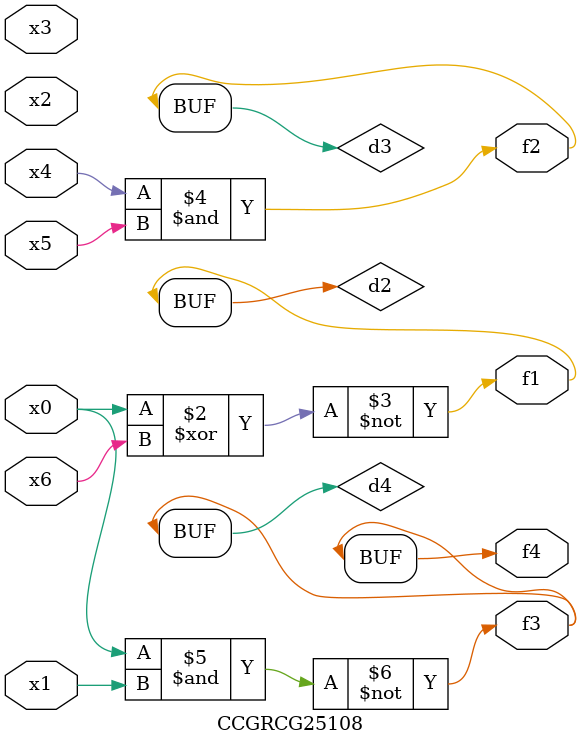
<source format=v>
module CCGRCG25108(
	input x0, x1, x2, x3, x4, x5, x6,
	output f1, f2, f3, f4
);

	wire d1, d2, d3, d4;

	nor (d1, x0);
	xnor (d2, x0, x6);
	and (d3, x4, x5);
	nand (d4, x0, x1);
	assign f1 = d2;
	assign f2 = d3;
	assign f3 = d4;
	assign f4 = d4;
endmodule

</source>
